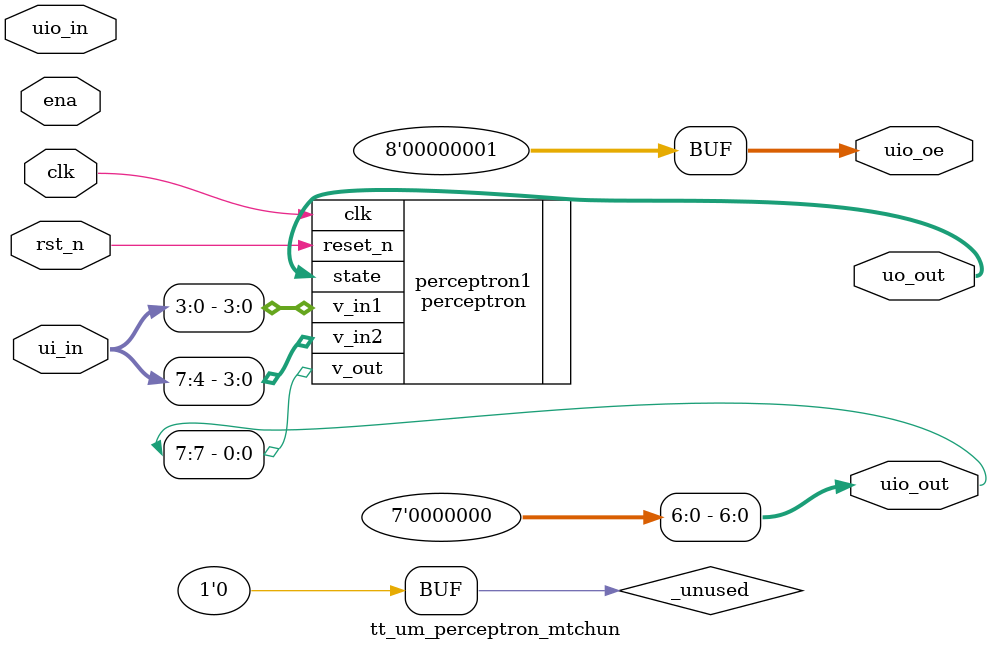
<source format=v>
/*
 * Copyright (c) 2024 Your Name
 * SPDX-License-Identifier: Apache-2.0
 */

`default_nettype none

module tt_um_perceptron_mtchun (
    input  wire [7:0] ui_in,    // Dedicated inputs
    output wire [7:0] uo_out,   // Dedicated outputs
    input  wire [7:0] uio_in,   // IOs: Input path
    output wire [7:0] uio_out,  // IOs: Output path
    output wire [7:0] uio_oe,   // IOs: Enable path (active high: 0=input, 1=output)
    input  wire       ena,      // always 1 when the design is powered, so you can ignore it
    input  wire       clk,      // clock
    input  wire       rst_n     // reset_n - low to reset
);

  // All output pins must be assigned. If not used, assign to 0.
  assign uio_out[6:0] = 0;
  assign uio_oe = 1;

  // List all unused inputs to prevent warnings
  wire _unused = &{ena, uio_in, 1'b0};

  // Instantiate neuron
  perceptron perceptron1 (.v_in1(ui_in[3:0]), .v_in2(ui_in[7:4]), .clk(clk), .reset_n(rst_n), .state(uo_out), .v_out(uio_out[7]));

endmodule
</source>
